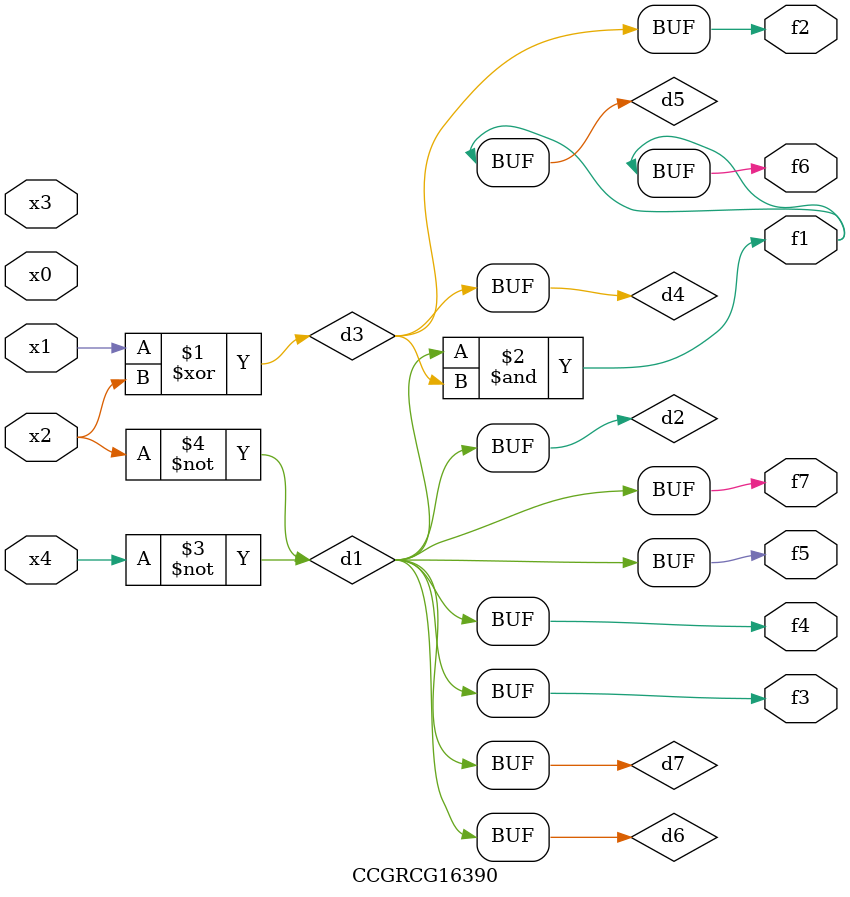
<source format=v>
module CCGRCG16390(
	input x0, x1, x2, x3, x4,
	output f1, f2, f3, f4, f5, f6, f7
);

	wire d1, d2, d3, d4, d5, d6, d7;

	not (d1, x4);
	not (d2, x2);
	xor (d3, x1, x2);
	buf (d4, d3);
	and (d5, d1, d3);
	buf (d6, d1, d2);
	buf (d7, d2);
	assign f1 = d5;
	assign f2 = d4;
	assign f3 = d7;
	assign f4 = d7;
	assign f5 = d7;
	assign f6 = d5;
	assign f7 = d7;
endmodule

</source>
